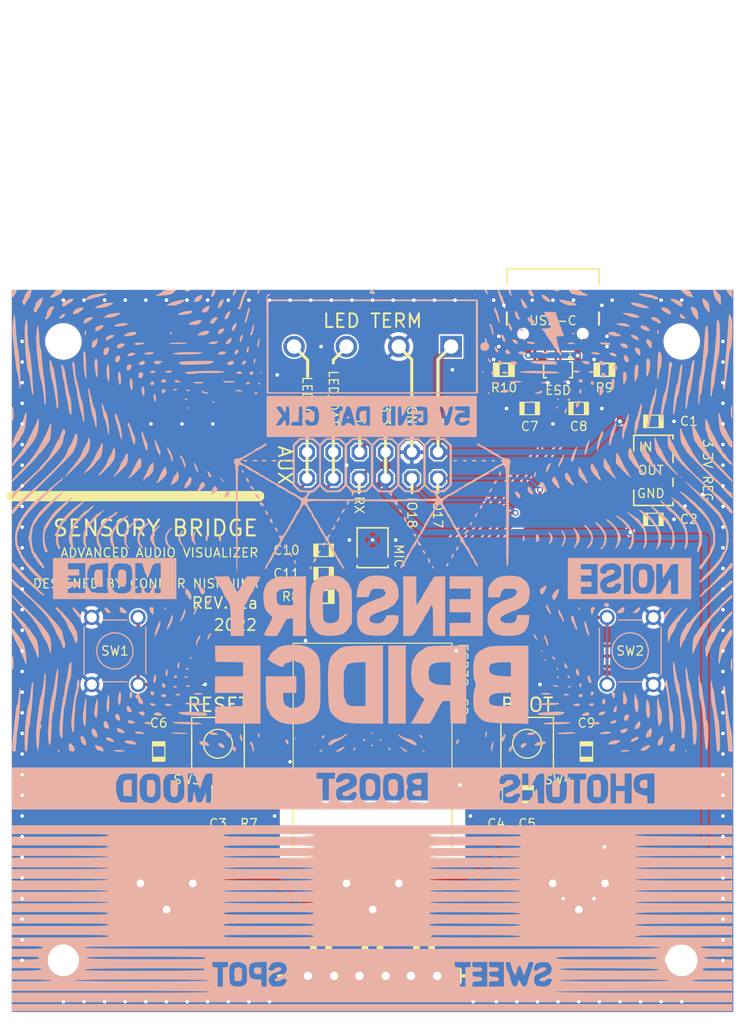
<source format=kicad_pcb>
(kicad_pcb (version 20211014) (generator pcbnew)
  (layers (0 "F.Cu" signal) (31 "B.Cu" signal) (34 "B.Paste" user) (35 "F.Paste" user) (36 "B.SilkS" user "B.Silkscreen") (37 "F.SilkS" user "F.Silkscreen") (38 "B.Mask" user) (39 "F.Mask" user) (44 "Edge.Cuts" user))
  (net 0 "")
  (net 1 "/5V")
  (net 2 "/GND")
  (net 3 "/3V3")
  (net 4 "Net-(C3-Pad1)")
  (net 5 "/DP_ESP")
  (net 6 "/DN_ESP")
  (net 7 "Net-(C9-Pad1)")
  (net 8 "/PHOTONS_ADC")
  (net 9 "/BOOST_ADC")
  (net 10 "/MOOD_ADC")
  (net 14 "/SWEET_1")
  (net 15 "/SWEET_2")
  (net 16 "/SWEET_3")
  (net 18 "/NOISE_PIN")
  (net 24 "/IO17")
  (net 25 "/IO18")
  (net 29 "/I2S_BCLK")
  (net 30 "/I2S_WS")
  (net 31 "/I2S_DATA")
  (net 32 "/LED_DATA")
  (net 33 "/LED_CLOCK")
  (net 39 "/UART_TX")
  (net 40 "/UART_RX")
  (net 41 "/MODE_PIN")
  (net 43 "Net-(J1-PadA5)")
  (net 44 "/DP_USB")
  (net 45 "/DN_USB")
  (net 47 "Net-(J1-PadB5)")
  (net 49 "Net-(LED1-PadA)")
  (net 50 "Net-(LED2-PadA)")
  (net 51 "Net-(LED3-PadA)")
  (net 52 "Net-(R8-Pad1)")
  (footprint "SENSORY_BRIDGE:C0805K" (layer "F.Cu") (at 175.7511 82.7536)
    (fp_text reference "C1" hide)
    (fp_text value "C-USC0805K")
  )
  (footprint "SENSORY_BRIDGE:ESP32S2MINI1N4R2" (layer "F.Cu") (at 148.5011 112.0036 180)
    (fp_text reference "IC1" hide)
    (fp_text value "ESP32-S2-MINI-1-N4R2" hide)
  )
  (footprint "SENSORY_BRIDGE:CIRCLE-1MM-2R" (layer "F.Cu") (at 181.5011 138.0036)
    (fp_text reference "U$4" hide)
    (fp_text value "" hide)
  )
  (footprint "" (layer "F.Cu") (at 118.5011 135.0036)
    (fp_text reference "@HOLE2" hide)
    (fp_text value "")
  )
  (footprint "SENSORY_BRIDGE:MICRO_QFN-8L_STM" (layer "F.Cu") (at 166.5 77.7536 -90)
    (fp_text reference "U3" hide)
    (fp_text value "ECMF02-4CMX8" hide)
  )
  (footprint "SENSORY_BRIDGE:SW_PTS525SM15SMTR2LFS" (layer "F.Cu") (at 163.5011 114.0036)
    (fp_text reference "SW4" hide)
    (fp_text value "PTS525SM15SMTR2LFS" hide)
  )
  (footprint "SENSORY_BRIDGE:C0805K" (layer "F.Cu") (at 127.7511 114.7536 90)
    (fp_text reference "C6" hide)
    (fp_text value "C-USC0805K")
  )
  (footprint "SENSORY_BRIDGE:C0805K" (layer "F.Cu") (at 133.5011 119.0036 -90)
    (fp_text reference "C3" hide)
    (fp_text value "C-USC0805K")
  )
  (footprint "" (layer "F.Cu") (at 178.5011 75.0036)
    (fp_text reference "@HOLE1" hide)
    (fp_text value "")
  )
  (footprint "SENSORY_BRIDGE:C0805K" (layer "F.Cu") (at 169.2511 114.7536 90)
    (fp_text reference "C9" hide)
    (fp_text value "C-USC0805K")
  )
  (footprint "SENSORY_BRIDGE:R0805" (layer "F.Cu") (at 143.7511 99.7536 180)
    (fp_text reference "R8" hide)
    (fp_text value "R-US_R0805")
  )
  (footprint "" (layer "F.Cu") (at 178.5011 135.0036)
    (fp_text reference "@HOLE3" hide)
    (fp_text value "")
  )
  (footprint "SENSORY_BRIDGE:C0805K" (layer "F.Cu") (at 143.7511 95.2536 180)
    (fp_text reference "C10" hide)
    (fp_text value "C-USC0805K")
  )
  (footprint "SENSORY_BRIDGE:C0805K" (layer "F.Cu") (at 160.5011 119.0036 -90)
    (fp_text reference "C4" hide)
    (fp_text value "C-USC0805K")
  )
  (footprint "SENSORY_BRIDGE:R0805" (layer "F.Cu") (at 136.5011 119.0036 -90)
    (fp_text reference "R7" hide)
    (fp_text value "R-US_R0805")
  )
  (footprint "SENSORY_BRIDGE:SOT-223_DIO-M" (layer "F.Cu") (at 175.7511 87.5036 90)
    (fp_text reference "U2" hide)
    (fp_text value "AZ1117-3.3" hide)
  )
  (footprint "SENSORY_BRIDGE:GCT_USB4110-GF-A_REVB" (layer "F.Cu") (at 166.0011 74.2536 180)
    (fp_text reference "J1" hide)
    (fp_text value "USB4110-GF-A_REVB" hide)
  )
  (footprint "SENSORY_BRIDGE:R0805" (layer "F.Cu") (at 143.5011 134.0036)
    (fp_text reference "R6" hide)
    (fp_text value "R-US_R0805")
  )
  (footprint "" (layer "F.Cu") (at 118.5011 75.0036)
    (fp_text reference "@HOLE0" hide)
    (fp_text value "")
  )
  (footprint "SENSORY_BRIDGE:C0805K" (layer "F.Cu") (at 143.7511 97.5036 180)
    (fp_text reference "C11" hide)
    (fp_text value "C-USC0805K")
  )
  (footprint "SENSORY_BRIDGE:CIRCLE-1MM-2R" (layer "F.Cu") (at 115.5011 72.0036)
    (fp_text reference "U$1" hide)
    (fp_text value "" hide)
  )
  (footprint "SENSORY_BRIDGE:R0805" (layer "F.Cu") (at 161.2511 77.7536)
    (fp_text reference "R10" hide)
    (fp_text value "R-US_R0805")
  )
  (footprint "SENSORY_BRIDGE:SPH0645LM4H-B_KNO" (layer "F.Cu") (at 148.5011 95.0036 -90)
    (fp_text reference "U1" hide)
    (fp_text value "SPH0645LM4H-B" hide)
  )
  (footprint "SENSORY_BRIDGE:SW_PTS525SM15SMTR2LFS" (layer "F.Cu") (at 133.5011 114.0036 180)
    (fp_text reference "SW3" hide)
    (fp_text value "PTS525SM15SMTR2LFS" hide)
  )
  (footprint "SENSORY_BRIDGE:C0805K" (layer "F.Cu") (at 168.5011 81.5036)
    (fp_text reference "C8" hide)
    (fp_text value "C-USC0805K")
  )
  (footprint "SENSORY_BRIDGE:R0805" (layer "F.Cu") (at 153.5011 134.0036)
    (fp_text reference "R4" hide)
    (fp_text value "R-US_R0805")
  )
  (footprint "SENSORY_BRIDGE:R0805" (layer "F.Cu") (at 171.0011 77.7536)
    (fp_text reference "R9" hide)
    (fp_text value "R-US_R0805")
  )
  (footprint "SENSORY_BRIDGE:CIRCLE-1MM-2R" (layer "F.Cu") (at 115.5011 138.0036)
    (fp_text reference "U$3" hide)
    (fp_text value "" hide)
  )
  (footprint "SENSORY_BRIDGE:C0805K" (layer "F.Cu") (at 163.7511 81.5036 180)
    (fp_text reference "C7" hide)
    (fp_text value "C-USC0805K")
  )
  (footprint "SENSORY_BRIDGE:CIRCLE-1MM-2R" (layer "F.Cu") (at 181.5011 72.0036)
    (fp_text reference "U$2" hide)
    (fp_text value "" hide)
  )
  (footprint "SENSORY_BRIDGE:C0805K" (layer "F.Cu") (at 175.7511 92.2536)
    (fp_text reference "C2" hide)
    (fp_text value "C-USC0805K")
  )
  (footprint "SENSORY_BRIDGE:C0805K" (layer "F.Cu") (at 163.5011 119.0036 -90)
    (fp_text reference "C5" hide)
    (fp_text value "C-USC0805K")
  )
  (footprint "SENSORY_BRIDGE:R0805" (layer "F.Cu") (at 148.5011 134.0036)
    (fp_text reference "R5" hide)
    (fp_text value "R-US_R0805")
  )
  (footprint "SENSORY_BRIDGE:3386P_1" (layer "B.Cu") (at 123.7511 122.7536)
    (fp_text reference "R3" hide)
    (fp_text value "3386P-1-103LF" hide)
  )
  (footprint "SENSORY_BRIDGE:3386P_1" (layer "B.Cu") (at 143.7511 122.7536)
    (fp_text reference "R2" hide)
    (fp_text value "3386P-1-103LF" hide)
  )
  (footprint "SENSORY_BRIDGE:SW_1825910-6-4" (layer "B.Cu") (at 173.5011 105.0036 -90)
    (fp_text reference "SW2" hide)
    (fp_text value "1825910-6" hide)
  )
  (footprint "LOGO" (layer "B.Cu") (at 148.5 105 180)
    (fp_text reference "G***" hide)
    (fp_text value "LOGO" hide)
  )
  (footprint "SENSORY_BRIDGE:LED3MM" (layer "B.Cu") (at 153.5011 136.5036 180)
    (fp_text reference "LED1" hide)
    (fp_text value "LED3MM")
  )
  (footprint "SENSORY_BRIDGE:LED3MM" (layer "B.Cu") (at 148.5011 136.5036 180)
    (fp_text reference "LED2" hide)
    (fp_text value "LED3MM")
  )
  (footprint "SENSORY_BRIDGE:TE_796949-4" (layer "B.Cu") (at 156.1261 75.5036 180)
    (fp_text reference "J2" hide)
    (fp_text value "796949-4" hide)
  )
  (footprint "SENSORY_BRIDGE:2X06" (layer "B.Cu") (at 148.5011 87.0036 180)
    (fp_text reference "JP1" hide)
    (fp_text value "PINHD-2X6")
  )
  (footprint "SENSORY_BRIDGE:3386P_1" (layer "B.Cu") (at 163.7511 122.7536)
    (fp_text reference "R1" hide)
    (fp_text value "3386P-1-103LF" hide)
  )
  (footprint "SENSORY_BRIDGE:LED3MM" (layer "B.Cu") (at 143.5011 136.5036 180)
    (fp_text reference "LED3" hide)
    (fp_text value "LED3MM")
  )
  (footprint "SENSORY_BRIDGE:SW_1825910-6-4" (layer "B.Cu") (at 123.5011 105.0036 90)
    (fp_text reference "SW1" hide)
    (fp_text value "1825910-6" hide)
  )
  (gr_rect (start 147.9 94.1) (end 149.1 94.3) (layer "F.Cu") (width 0.2) (fill solid))
  (gr_rect (start 148.4 93.6) (end 148.6 94.9) (layer "F.Cu") (width 0.2) (fill solid))
  (gr_line (start 152.3011 76.7536) (end 152.3011 81.1536) (layer "F.SilkS") (width 0.3))
  (gr_line (start 142.1511 84.3036) (end 142.1511 88.2536) (layer "F.SilkS") (width 0.3))
  (gr_line (start 152.3011 85.8036) (end 152.3011 84.3036) (layer "F.SilkS") (width 0.3))
  (gr_line (start 151.0511 75.5036) (end 152.3011 76.7536) (layer "F.SilkS") (width 0.3))
  (gr_line (start 157.0011 136.5036) (end 157.0011 137.1286) (layer "F.SilkS") (width 0.3))
  (gr_line (start 152.3261 89.6536) (end 152.3261 88.2536) (layer "F.SilkS") (width 0.3))
  (gr_line (start 154.8511 85.7536) (end 154.8511 84.3036) (layer "F.SilkS") (width 0.3))
  (gr_line (start 154.8511 76.7536) (end 154.8511 82.0536) (layer "F.SilkS") (width 0.3))
  (gr_line (start 144.7011 77.1036) (end 144.7011 76.8036) (layer "F.SilkS") (width 0.3))
  (gr_line (start 156.3761 136.5036) (end 157.0011 136.5036) (layer "F.SilkS") (width 0.3))
  (gr_line (start 157.0011 136.5036) (end 157.6261 136.5036) (layer "F.SilkS") (width 0.3))
  (gr_line (start 154.8261 89.6536) (end 154.8261 88.2536) (layer "F.SilkS") (width 0.3))
  (gr_line (start 157.0011 136.5036) (end 157.0011 135.8786) (layer "F.SilkS") (width 0.3))
  (gr_line (start 147.2011 85.7536) (end 147.2511 85.7036) (layer "F.SilkS") (width 0.3))
  (gr_line (start 156.1011 75.5036) (end 154.8511 76.7536) (layer "F.SilkS") (width 0.3))
  (gr_line (start 147.2011 89.6536) (end 147.2011 88.2536) (layer "F.SilkS") (width 0.3))
  (gr_line (start 144.7011 84.3036) (end 144.7011 88.3036) (layer "F.SilkS") (width 0.3))
  (gr_line (start 149.7511 88.3036) (end 149.7511 84.3036) (layer "F.SilkS") (width 0.3))
  (gr_line (start 142.2011 76.8036) (end 140.9011 75.5036) (layer "F.SilkS") (width 0.3))
  (gr_line (start 142.2011 78.4036) (end 142.2011 76.8036) (layer "F.SilkS") (width 0.3))
  (gr_line (start 140.6261 136.5036) (end 139.3761 136.5036) (layer "F.SilkS") (width 0.3))
  (gr_line (start 144.7011 76.8036) (end 146.0011 75.5036) (layer "F.SilkS") (width 0.3))
  (gr_line (start 147.2511 85.7036) (end 147.2511 84.3036) (layer "F.SilkS") (width 0.3))
  (gr_line (start 113.5011 90.0036) (end 137.5011 90.0036) (layer "F.SilkS") (width 1))
  (gr_line (start 147.2011 88.3036) (end 147.2511 88.2536) (layer "F.SilkS") (width 0.3))
  (gr_line (start 113.5011 70.0036) (end 113.5011 140.0036) (layer "Edge.Cuts") (width 0.001))
  (gr_line (start 113.5011 140.0036) (end 183.5011 140.0036) (layer "Edge.Cuts") (width 0.001))
  (gr_line (start 183.5011 140.0036) (end 183.5011 70.0036) (layer "Edge.Cuts") (width 0.001))
  (gr_line (start 183.5011 70.0036) (end 113.5011 70.0036) (layer "Edge.Cuts") (width 0.001))
  (gr_text "2022" (at 137.3761 103.1286) (layer "F.SilkS") (effects (font (size 1.1 1.1)) (justify right bottom)))
  (gr_text "R9" (at 171.0011 80.0036) (layer "F.SilkS") (effects (font (size 0.88 0.88) (thickness 0.12)) (justify bottom)))
  (gr_text "C8" (at 168.5011 83.7536) (layer "F.SilkS") (effects (font (size 0.88 0.88) (thickness 0.12)) (justify bottom)))
  (gr_text "IN" (at 175.0011 85.7536) (layer "F.SilkS") (effects (font (size 0.88 0.88) (thickness 0.12)) (justify bottom)))
  (gr_text "AUX" (at 140.0011 87.0036 270) (layer "F.SilkS") (effects (font (size 1.32 1.32) (thickness 0.18))))
  (gr_text "SW3" (at 130.5011 118.0036) (layer "F.SilkS") (effects (font (size 0.88 0.88) (thickness 0.12)) (justify bottom)))
  (gr_text "R7" (at 136.5011 122.2536) (layer "F.SilkS") (effects (font (size 0.88 0.88) (thickness 0.12)) (justify bottom)))
  (gr_text "C2" (at 178.2511 92.7536) (layer "F.SilkS") (effects (font (size 0.88 0.88) (thickness 0.12)) (justify left bottom)))
  (gr_text "LED CLK" (at 142.1511 84.0036 270) (layer "F.SilkS") (effects (font (size 0.88 0.88) (thickness 0.12)) (justify right)))
  (gr_text "SW2" (at 173.5011 105.0036) (layer "F.SilkS") (effects (font (size 0.88 0.88) (thickness 0.12))))
  (gr_text "ADVANCED AUDIO VISUALIZER" (at 137.5011 96.0036) (layer "F.SilkS") (effects (font (size 0.88 0.88) (thickness 0.12)) (justify right bottom)))
  (gr_text "DESIGNED BY CONNOR NISHIJIMA" (at 137.5011 99.0036) (layer "F.SilkS") (effects (font (size 0.88 0.88) (thickness 0.12)) (justify right bottom)))
  (gr_text "USB-C" (at 166.0011 73.5036) (layer "F.SilkS") (effects (font (size 0.88 0.88) (thickness 0.12)) (justify bottom)))
  (gr_text "C5" (at 163.5011 122.2536) (layer "F.SilkS") (effects (font (size 0.88 0.88) (thickness 0.12)) (justify bottom)))
  (gr_text "GND" (at 175.5011 90.2536) (layer "F.SilkS") (effects (font (size 0.88 0.88) (thickness 0.12)) (justify bottom)))
  (gr_text "MIC" (at 150.5511 95.8036 270) (layer "F.SilkS") (effects (font (size 0.88 0.88) (thickness 0.12)) (justify bottom)))
  (gr_text "IO17" (at 154.8261 91.6036 270) (layer "F.SilkS") (effects (font (size 0.88 0.88) (thickness 0.12))))
  (gr_text "R8" (at 141.5011 100.2536) (layer "F.SilkS") (effects (font (size 0.88 0.88) (thickness 0.12)) (justify right bottom)))
  (gr_text "TX" (at 147.2511 84.0036 270) (layer "F.SilkS") (effects (font (size 0.88 0.88) (thickness 0.12)) (justify right)))
  (gr_text "R6" (at 143.5011 132.7536) (layer "F.SilkS") (effects (font (size 0.88 0.88) (thickness 0.12)) (justify bottom)))
  (gr_text "C3" (at 133.5011 122.2536) (layer "F.SilkS") (effects (font (size 0.88 0.88) (thickness 0.12)) (justify bottom)))
  (gr_text "ESP32-S2" (at 156.7511 107.7536 270) (layer "F.SilkS") (effects (font (size 0.88 0.88) (thickness 0.12)) (justify bottom)))
  (gr_text "R4" (at 153.5011 132.7536) (layer "F.SilkS") (effects (font (size 0.88 0.88) (thickness 0.12)) (justify bottom)))
  (gr_text "C10" (at 141.5011 95.7536) (layer "F.SilkS") (effects (font (size 0.88 0.88) (thickness 0.12)) (justify right bottom)))
  (gr_text "IO18" (at 152.3261 91.6036 270) (layer "F.SilkS") (effects (font (size 0.88 0.88) (thickness 0.12))))
  (gr_text "LED3" (at 143.5011 138.7536) (layer "F.SilkS") (effects (font (size 0.88 0.88) (thickness 0.12)) (justify bottom)))
  (gr_text "LED2" (at 148.5011 138.7536) (layer "F.SilkS") (effects (font (size 0.88 0.88) (thickness 0.12)) (justify bottom)))
  (gr_text "LED_DATA" (at 144.7011 84.0036 270) (layer "F.SilkS") (effects (font (size 0.88 0.88) (thickness 0.12)) (justify right)))
  (gr_text "BOOT" (at 163.5011 111.0036) (layer "F.SilkS") (effects (font (size 1.32 1.32) (thickness 0.18)) (justify bottom)))
  (gr_text "LED1" (at 153.5011 138.7536) (layer "F.SilkS") (effects (font (size 0.88 0.88) (thickness 0.12)) (justify bottom)))
  (gr_text "LED TERM" (at 148.5011 73.0036) (layer "F.SilkS") (effects (font (size 1.32 1.32) (thickness 0.18))))
  (gr_text "C1" (at 178.2511 83.2536) (layer "F.SilkS") (effects (font (size 0.88 0.88) (thickness 0.12)) (justify left bottom)))
  (gr_text "R10" (at 161.2511 80.0036) (layer "F.SilkS") (effects (font (size 0.88 0.88) (thickness 0.12)) (justify bottom)))
  (gr_text "R5" (at 148.5011 132.7536) (layer "F.SilkS") (effects (font (size 0.88 0.88) (thickness 0.12)) (justify bottom)))
  (gr_text "SW1" (at 123.5011 105.0036) (layer "F.SilkS") (effects (font (size 0.88 0.88) (thickness 0.12))))
  (gr_text "R3" (at 128.5011 128.0036) (layer "F.SilkS") (effects (font (size 0.88 0.88) (thickness 0.12)) (justify bottom)))
  (gr_text "C6" (at 127.7511 112.5036) (layer "F.SilkS") (effects (font (size 0.88 0.88) (thickness 0.12)) (justify bottom)))
  (gr_text "SENSORY BRIDGE" (at 137.5011 94.0036) (layer "F.SilkS") (effects (font (size 1.54 1.54) (thickness 0.21)) (justify right bottom)))
  (gr_text "C9" (at 169.2511 112.5036) (layer "F.SilkS") (effects (font (size 0.88 0.88) (thickness 0.12)) (justify bottom)))
  (gr_text "GND" (at 152.3011 84.0036 270) (layer "F.SilkS") (effects (font (size 0.88 0.88) (thickness 0.12)) (justify right)))
  (gr_text "C11" (at 141.5011 98.0036) (layer "F.SilkS") (effects (font (size 0.88 0.88) (thickness 0.12)) (justify right bottom)))
  (gr_text "RESET" (at 133.5011 111.0036) (layer "F.SilkS") (effects (font (size 1.32 1.32) (thickness 0.18)) (justify bottom)))
  (gr_text "3.3V" (at 149.7511 84.0036 270) (layer "F.SilkS") (effects (font (size 0.88 0.88) (thickness 0.12)) (justify right)))
  (gr_text "5V" (at 154.9011 84.0036 270) (layer "F.SilkS") (effects (font (size 0.88 0.88) (thickness 0.12)) (justify right)))
  (gr_text "3.3V REG" (at 180.5011 87.5036 270) (layer "F.SilkS") (effects (font (size 0.88 0.88) (thickness 0.12)) (justify bottom)))
  (gr_text "R2" (at 148.5011 128.0036) (layer "F.SilkS") (effects (font (size 0.88 0.88) (thickness 0.12)) (justify bottom)))
  (gr_text "SW4" (at 166.5011 118.0036) (layer "F.SilkS") (effects (font (size 0.88 0.88) (thickness 0.12)) (justify bottom)))
  (gr_text "C7" (at 163.7511 83.7536) (layer "F.SilkS") (effects (font (size 0.88 0.88) (thickness 0.12)) (justify bottom)))
  (gr_text "ESD" (at 166.5011 80.2536) (layer "F.SilkS") (effects (font (size 0.88 0.88) (thickness 0.12)) (justify bottom)))
  (gr_text "REV. 1a" (at 137.5011 101.0036) (layer "F.SilkS") (effects (font (size 1.1 1.1)) (justify right bottom)))
  (gr_text "R1" (at 168.5011 128.0036) (layer "F.SilkS") (effects (font (size 0.88 0.88) (thickness 0.12)) (justify bottom)))
  (gr_text "RX" (at 147.2011 90.8536 270) (layer "F.SilkS") (effects (font (size 0.88 0.88) (thickness 0.12))))
  (gr_text "C4" (at 160.5011 122.2536) (layer "F.SilkS") (effects (font (size 0.88 0.88) (thickness 0.12)) (justify bottom)))
  (gr_text "OUT" (at 175.5011 88.0036) (layer "F.SilkS") (effects (font (size 0.88 0.88) (thickness 0.12)) (justify bottom)))
  (segment (start 168.4011 77.1536) (end 168.4011 76.3786) (width 0.6) (layer "F.Cu") (net 1))
  (segment (start 168.4011 76.3786) (end 168.4011 75.3286) (width 0.6) (layer "F.Cu") (net 1))
  (segment (start 172.5011 82.7536) (end 172.5011 79.7536) (width 0.6) (layer "F.Cu") (net 1))
  (segment (start 172.5011 79.7536) (end 168.4011 79.7536) (width 0.6) (layer "F.Cu") (net 1))
  (segment (start 168.4011 79.7536) (end 168.4011 77.2536) (width 0.6) (layer "F.Cu") (net 1))
  (segment (start 174.7511 82.7536) (end 172.5011 82.7536) (width 0.6) (layer "F.Cu") (net 1))
  (segment (start 168.4011 77.2536) (end 168.4011 77.1536) (width 0.6) (layer "F.Cu") (net 1))
  (segment (start 167.175 77.2536) (end 168.4011 77.2536) (width 0.3) (layer "F.Cu") (net 1))
  (segment (start 163.6011 75.3286) (end 163.6011 76.3536) (width 0.6) (layer "F.Cu") (net 1))
  (segment (start 177.2011 85.2036) (end 174.7511 82.7536) (width 0.6) (layer "F.Cu") (net 1))
  (segment (start 178.8269 85.2036) (end 177.2011 85.2036) (width 0.6) (layer "F.Cu") (net 1))
  (via (at 168.4011 76.3786) (size 0.6548) (drill 0.35) (layers "F.Cu" "B.Cu") (net 1))
  (via (at 163.6011 76.3536) (size 0.6548) (drill 0.35) (layers "F.Cu" "B.Cu") (net 1))
  (via (at 172.5011 82.7536) (size 0.6548) (drill 0.35) (layers "F.Cu" "B.Cu") (net 1))
  (segment (start 168.3761 76.3786) (end 168.4011 76.3786) (width 0.6) (layer "B.Cu") (net 1))
  (segment (start 154.8511 76.7786) (end 156.1261 75.5036) (width 0.6) (layer "B.Cu") (net 1))
  (segment (start 169.5211 85.7336) (end 172.5011 82.7536) (width 0.6) (layer "B.Cu") (net 1))
  (segment (start 154.8511 85.7336) (end 154.8511 76.7786) (width 0.6) (layer "B.Cu") (net 1))
  (segment (start 163.6011 76.3536) (end 168.3761 76.3536) (width 0.6) (layer "B.Cu") (net 1))
  (segment (start 154.8511 85.7336) (end 169.5211 85.7336) (width 0.6) (layer "B.Cu") (net 1))
  (segment (start 168.3761 76.3536) (end 168.3761 76.3786) (width 0.6) (layer "B.Cu") (net 1))
  (segment (start 178.8269 90.1778) (end 176.7511 92.2536) (width 0.6) (layer "F.Cu") (net 2))
  (segment (start 161.4661 75.3286) (end 160.8911 74.7536) (width 0.3) (layer "F.Cu") (net 2))
  (segment (start 169.2011 75.3286) (end 170.5361 75.3286) (width 0.3) (layer "F.Cu") (net 2))
  (segment (start 170.5361 75.3286) (end 171.1111 74.7536) (width 0.3) (layer "F.Cu") (net 2))
  (segment (start 162.8011 75.3286) (end 161.4661 75.3286) (width 0.3) (layer "F.Cu") (net 2))
  (segment (start 178.8269 89.8036) (end 178.8269 90.1778) (width 0.6) (layer "F.Cu") (net 2))
  (via (at 114.5011 75.0036) (size 0.6548) (drill 0.35) (layers "F.Cu" "B.Cu") (net 2))
  (via (at 172.5011 139.0036) (size 0.6548) (drill 0.35) (layers "F.Cu" "B.Cu") (net 2))
  (via (at 114.5011 107.0036) (size 0.6548) (drill 0.35) (layers "F.Cu" "B.Cu") (net 2))
  (via (at 156.5011 71.0036) (size 0.6548) (drill 0.35) (layers "F.Cu" "B.Cu") (net 2))
  (via (at 171.2511 75.5036) (size 0.6) (drill 0.35) (layers "F.Cu" "B.Cu") (net 2))
  (via (at 167.5011 79.0036) (size 0.6548) (drill 0.35) (layers "F.Cu" "B.Cu") (net 2))
  (via (at 182.5011 129.0036) (size 0.6548) (drill 0.35) (layers "F.Cu" "B.Cu") (net 2))
  (via (at 182.5011 123.0036) (size 0.6548) (drill 0.35) (layers "F.Cu" "B.Cu") (net 2))
  (via (at 114.5011 133.0036) (size 0.6548) (drill 0.35) (layers "F.Cu" "B.Cu") (net 2))
  (via (at 182.5011 101.0036) (size 0.6548) (drill 0.35) (layers "F.Cu" "B.Cu") (net 2))
  (via (at 157 118) (size 0.6548) (drill 0.35) (layers "F.Cu" "B.Cu") (net 2))
  (via (at 182.5011 89.0036) (size 0.6548) (drill 0.35) (layers "F.Cu" "B.Cu") (net 2))
  (via (at 146.5011 71.0036) (size 0.6548) (drill 0.35) (layers "F.Cu" "B.Cu") (net 2))
  (via (at 139.2511 78.2536) (size 0.6548) (drill 0.35) (layers "F.Cu" "B.Cu") (net 2))
  (via (at 136.5011 139.0036) (size 0.6548) (drill 0.35) (layers "F.Cu" "B.Cu") (net 2))
  (via (at 178.5011 71.0036) (size 0.6548) (drill 0.35) (layers "F.Cu" "B.Cu") (net 2))
  (via (at 158.0011 121.0036) (size 0.6548) (drill 0.35) (layers "F.Cu" "B.Cu") (net 2))
  (via (at 182.5011 97.0036) (size 0.6548) (drill 0.35) (layers "F.Cu" "B.Cu") (net 2))
  (via (at 136.5011 71.0036) (size 0.6548) (drill 0.35) (layers "F.Cu" "B.Cu") (net 2))
  (via (at 178.823579 90.970596) (size 0.6548) (drill 0.35) (layers "F.Cu" "B.Cu") (net 2))
  (via (at 170.7511 71.5036) (size 0.6) (drill 0.35) (layers "F.Cu" "B.Cu") (net 2))
  (via (at 118.5011 71.0036) (size 0.6548) (drill 0.35) (layers "F.Cu" "B.Cu") (net 2))
  (via (at 182.5011 77.0036) (size 0.6548) (drill 0.35) (layers "F.Cu" "B.Cu") (net 2))
  (via (at 182.5011 125.0036) (size 0.6548) (drill 0.35) (layers "F.Cu" "B.Cu") (net 2))
  (via (at 138.5011 71.0036) (size 0.6548) (drill 0.35) (layers "F.Cu" "B.Cu") (net 2))
  (via (at 164.7511 108.2536) (size 0.6) (drill 0.35) (layers "F.Cu" "B.Cu") (net 2))
  (via (at 167.0011 129.0036) (size 0.6548) (drill 0.35) (layers "F.Cu" "B.Cu") (net 2))
  (via (at 122.5011 139.0036) (size 0.6548) (drill 0.35) (layers "F.Cu" "B.Cu") (net 2))
  (via (at 114.5011 131.0036) (size 0.6548) (drill 0.35) (layers "F.Cu" "B.Cu") (net 2))
  (via (at 128.5011 139.0036) (size 0.6548) (drill 0.35) (layers "F.Cu" "B.Cu") (net 2))
  (via (at 182.5011 121.0036) (size 0.6548) (drill 0.35) (layers "F.Cu" "B.Cu") (net 2))
  (via (at 182.5011 115.0036) (size 0.6548) (drill 0.35) (layers "F.Cu" "B.Cu") (net 2))
  (via (at 168.5011 139.0036) (size 0.6548) (drill 0.35) (layers "F.Cu" "B.Cu") (net 2))
  (via (at 170.5011 139.0036) (size 0.6548) (drill 0.35) (layers "F.Cu" "B.Cu") (net 2))
  (via (at 161.5011 81.5036) (size 0.6548) (drill 0.35) (layers "F.Cu" "B.Cu") (net 2))
  (via (at 114.5011 83.0036) (size 0.6548) (drill 0.35) (layers "F.Cu" "B.Cu") (net 2))
  (via (at 143.5011 75.5036) (size 0.6548) (drill 0.35) (layers "F.Cu" "B.Cu") (net 2))
  (via (at 182.5011 87.0036) (size 0.6548) (drill 0.35) (layers "F.Cu" "B.Cu") (net 2))
  (via (at 171.7511 71.0036) (size 0.6) (drill 0.35) (layers "F.Cu" "B.Cu") (net 2))
  (via (at 140.5011 71.0036) (size 0.6548) (drill 0.35) (layers "F.Cu" "B.Cu") (net 2))
  (via (at 182.5011 135.0036) (size 0.6548) (drill 0.35) (layers "F.Cu" "B.Cu") (net 2))
  (via (at 182.5011 133.0036) (size 0.6548) (drill 0.35) (layers "F.Cu" "B.Cu") (net 2))
  (via (at 124.5011 139.0036) (size 0.6548) (drill 0.35) (layers "F.Cu" "B.Cu") (net 2))
  (via (at 114.5011 135.0036) (size 0.6548) (drill 0.35) (layers "F.Cu" "B.Cu") (net 2))
  (via (at 160.7511 74.5036) (size 0.6) (drill 0.35) (layers "F.Cu" "B.Cu") (net 2))
  (via (at 128.5011 71.0036) (size 0.6548) (drill 0.35) (layers "F.Cu" "B.Cu") (net 2))
  (via (at 156.617116 104.986852) (size 0.6548) (drill 0.35) (layers "F.Cu" "B.Cu") (net 2))
  (via (at 114.5011 105.0036) (size 0.6548) (drill 0.35) (layers "F.Cu" "B.Cu") (net 2))
  (via (at 152.5011 71.0036) (size 0.6548) (drill 0.35) (layers "F.Cu" "B.Cu") (net 2))
  (via (at 160.7511 75.5036) (size 0.6) (drill 0.35) (layers "F.Cu" "B.Cu") (net 2))
  (via (at 182.5011 109.0036) (size 0.6548) (drill 0.35) (layers "F.Cu" "B.Cu") (net 2))
  (via (at 171.2511 74.5036) (size 0.6) (drill 0.35) (layers "F.Cu" "B.Cu") (net 2))
  (via (at 182.5011 111.0036) (size 0.6548) (drill 0.35) (layers "F.Cu" "B.Cu") (net 2))
  (via (at 127 83) (size 0.6) (drill 0.35) (layers "F.Cu" "B.Cu") (net 2))
  (via (at 170.0011 76.7536) (size 0.6548) (drill 0.35) (layers "F.Cu" "B.Cu") (net 2))
  (via (at 132.5011 71.0036) (size 0.6548) (drill 0.35) (layers "F.Cu" "B.Cu") (net 2))
  (via (at 161.2511 71.5036) (size 0.6) (drill 0.35) (layers "F.Cu" "B.Cu") (net 2))
  (via (at 162.5011 139.0036) (size 0.6548) (drill 0.35) (layers "F.Cu" "B.Cu") (net 2))
  (via (at 120.5011 71.0036) (size 0.6548) (drill 0.35) (layers "F.Cu" "B.Cu") (net 2))
  (via (at 114.5011 127.0036) (size 0.6548) (drill 0.35) (layers "F.Cu" "B.Cu") (net 2))
  (via (at 114.5011 117.0036) (size 0.6548) (drill 0.35) (layers "F.Cu" "B.Cu") (net 2))
  (via (at 114.5011 129.0036) (size 0.6548) (drill 0.35) (layers "F.Cu" "B.Cu") (net 2))
  (via (at 114.5011 109.0036) (size 0.6548) (drill 0.35) (layers "F.Cu" "B.Cu") (net 2))
  (via (at 133 83) (size 0.6) (drill 0.35) (layers "F.Cu" "B.Cu") (net 2))
  (via (at 174.5011 139.0036) (size 0.6548) (drill 0.35) (layers "F.Cu" "B.Cu") (net 2))
  (via (at 114.5011 85.0036) (size 0.6548) (drill 0.35) (layers "F.Cu" "B.Cu") (net 2))
  (via (at 166.5011 139.0036) (size 0.6548) (drill 0.35) (layers "F.Cu" "B.Cu") (net 2))
  (via (at 114.5011 125.0036) (size 0.6548) (drill 0.35) (layers "F.Cu" "B.Cu") (net 2))
  (via (at 114.5011 93.0036) (size 0.6548) (drill 0.35) (layers "F.Cu" "B.Cu") (net 2))
  (via (at 122.5011 71.0036) (size 0.6548) (drill 0.35) (layers "F.Cu" "B.Cu") (net 2))
  (via (at 120.5011 139.0036) (size 0.6548) (drill 0.35) (layers "F.Cu" "B.Cu") (net 2))
  (via (at 182.5011 85.0036) (size 0.6548) (drill 0.35) (layers "F.Cu" "B.Cu") (net 2))
  (via (at 114.5011 79.0036) (size 0.6548) (drill 0.35) (layers "F.Cu" "B.Cu") (net 2))
  (via (at 166.0011 71.0036) (size 0.6548) (drill 0.35) (layers "F.Cu" "B.Cu") (net 2))
  (via (at 114.5011 123.0036) (size 0.6548) (drill 0.35) (layers "F.Cu" "B.Cu") (net 2))
  (via (at 142.5011 71.0036) (size 0.6548) (drill 0.35) (layers "F.Cu" "B.Cu") (net 2))
  (via (at 165.5011 79.0036) (size 0.6548) (drill 0.35) (layers "F.Cu" "B.Cu") (net 2))
  (via (at 182.5011 83.0036) (size 0.6548) (drill 0.35) (layers "F.Cu" "B.Cu") (net 2))
  (via (at 178.5011 139.0036) (size 0.6548) (drill 0.35) (layers "F.Cu" "B.Cu") (net 2))
  (via (at 182.5011 105.0036) (size 0.6548) (drill 0.35) (layers "F.Cu" "B.Cu") (net 2))
  (via (at 130.5011 71.0036) (size 0.6548) (drill 0.35) (layers "F.Cu" "B.Cu") (net 2))
  (via (at 177.7511 82.7536) (size 0.6548) (drill 0.35) (layers "F.Cu" "B.Cu") (net 2))
  (via (at 150.5011 71.0036) (size 0.6548) (drill 0.35) (layers "F.Cu" "B.Cu") (net 2))
  (via (at 158.2511 139.0036) (size 0.6) (drill 0.35) (layers "F.Cu" "B.Cu") (net 2))
  (via (at 154.5011 71.0036) (size 0.6548) (drill 0.35) (layers "F.Cu" "B.Cu") (net 2))
  (via (at 139.0011 121.0036) (size 0.6548) (drill 0.35) (layers "F.Cu" "B.Cu") (net 2))
  (via (at 114.5011 111.0036) (size 0.6548) (drill 0.35) (layers "F.Cu" "B.Cu") (net 2))
  (via (at 114.5011 97.0036) (size 0.6548) (drill 0.35) (layers "F.Cu" "B.Cu") (net 2))
  (via (at 164.0011 71.0036) (size 0.6548) (drill 0.35) (layers "F.Cu" "B.Cu") (net 2))
  (via (at 114.5011 89.0036) (size 0.6548) (drill 0.35) (layers "F.Cu" "B.Cu") (net 2))
  (via (at 114.5011 87.0036) (size 0.6548) (drill 0.35) (layers "F.Cu" "B.Cu") (net 2))
  (via (at 148.5011 71.0036) (size 0.6548) (drill 0.35) (layers "F.Cu" "B.Cu") (net 2))
  (via (at 180.528978 89.80916) (size 0.6548) (drill 0.35) (layers "F.Cu" "B.Cu") (net 2))
  (via (at 160.2511 76.7536) (size 0.6548) (drill 0.35) (layers "F.Cu" "B.Cu") (net 2))
  (via (at 182.5011 119.0036) (size 0.6548) (drill 0.35) (layers "F.Cu" "B.Cu") (net 2))
  (via (at 182.5011 107.0036) (size 0.6548) (drill 0.35) (layers "F.Cu" "B.Cu") (net 2))
  (via (at 182.5011 79.0036) (size 0.6548) (drill 0.35) (layers "F.Cu" "B.Cu") (net 2))
  (via (at 130 83) (size 0.6) (drill 0.35) (layers "F.Cu" "B.Cu") (net 2))
  (via (at 160.5011 139.0036) (size 0.6548) (drill 0.35) (layers "F.Cu" "B.Cu") (net 2))
  (via (at 132.2511 108.2536) (size 0.6) (drill 0.35) (layers "F.Cu" "B.Cu") (net 2))
  (via (at 166.0011 83.0036) (size 0.6548) (drill 0.35) (layers "F.Cu" "B.Cu") (net 2))
  (via (at 114.5011 115.0036) (size 0.6548) (drill 0.35) (layers "F.Cu" "B.Cu") (net 2))
  (via (at 146.0011 87.0036) (size 0.6548) (drill 0.35) (layers "F.Cu" "B.Cu") (net 2))
  (via (at 114.5011 91.0036) (size 0.6548) (drill 0.35) (layers "F.Cu" "B.Cu") (net 2))
  (via (at 142 104) (size 0.6548) (drill 0.35) (layers "F.Cu" "B.Cu") (net 2))
  (via (at 114.5011 119.0036) (size 0.6548) (drill 0.35) (layers "F.Cu" "B.Cu") (net 2))
  (via (at 182.5011 91.0036) (size 0.6548) (drill 0.35) (layers "F.Cu" "B.Cu") (net 2))
  (via (at 132.5011 139.0036) (size 0.6548) (drill 0.35) (layers "F.Cu" "B.Cu") (net 2))
  (via (at 182.5011 75.0036) (size 0.6548) (drill 0.35) (layers "F.Cu" "B.Cu") (net 2))
  (via (at 144.5011 71.0036) (size 0.6548) (drill 0.35) (layers "F.Cu" "B.Cu") (net 2))
  (via (at 182.5011 103.0036) (size 0.6548) (drill 0.35) (layers "F.Cu" "B.Cu") (net 2))
  (via (at 114.5011 113.0036) (size 0.6548) (drill 0.35) (layers "F.Cu" "B.Cu") (net 2))
  (via (at 176.5011 139.0036) (size 0.6548) (drill 0.35) (layers "F.Cu" "B.Cu") (net 2))
  (via (at 126.5011 71.0036) (size 0.6548) (drill 0.35) (layers "F.Cu" "B.Cu") (net 2))
  (via (at 140.5011 115.7536) (size 0.6548) (drill 0.35) (layers "F.Cu" "B.Cu") (net 2))
  (via (at 170.7511 81.5036) (size 0.6548) (drill 0.35) (layers "F.Cu" "B.Cu") (net 2))
  (via (at 182.5011 93.0036) (size 0.6548) (drill 0.35) (layers "F.Cu" "B.Cu") (net 2))
  (via (at 114.5011 99.0036) (size 0.6548) (drill 0.35) (layers "F.Cu" "B.Cu") (net 2))
  (via (at 182.5011 117.0036) (size 0.6548) (drill 0.35) (layers "F.Cu" "B.Cu") (net 2))
  (via (at 114.5011 101.0036) (size 0.6548) (drill 0.35) (layers "F.Cu" "B.Cu") (net 2))
  (via (at 182.5011 113.0036) (size 0.6548) (drill 0.35) (layers "F.Cu" "B.Cu") (net 2))
  (via (at 176.5011 71.0036) (size 0.6548) (drill 0.35) (layers "F.Cu" "B.Cu") (net 2))
  (via (at 138.5011 139.0036) (size 0.6548) (drill 0.35) (layers "F.Cu" "B.Cu") (net 2))
  (via (at 168.0011 71.0036) (size 0.6548) (drill 0.35) (layers "F.Cu" "B.Cu") (net 2))
  (via (at 160.2511 71.0036) (size 0.6) (drill 0.35) (layers "F.Cu" "B.Cu") (net 2))
  (via (at 114.5011 103.0036) (size 0.6548) (drill 0.35) (layers "F.Cu" "B.Cu") (net 2))
  (via (at 114.5011 121.0036) (size 0.6548) (drill 0.35) (layers "F.Cu" "B.Cu") (net 2))
  (via (at 182.5011 99.0036) (size 0.6548) (drill 0.35) (layers "F.Cu" "B.Cu") (net 2))
  (via (at 182.5011 81.0036) (size 0.6548) (drill 0.35) (layers "F.Cu" "B.Cu") (net 2))
  (via (at 164.5011 139.0036) (size 0.6548) (drill 0.35) (layers "F.Cu" "B.Cu") (net 2))
  (via (at 130.5011 139.0036) (size 0.6548) (drill 0.35) (layers "F.Cu" "B.Cu") (net 2))
  (via (at 126.5011 139.0036) (size 0.6548) (drill 0.35) (layers "F.Cu" "B.Cu") (net 2))
  (via (at 156.2511 77.7536) (size 0.6548) (drill 0.35) (layers "F.Cu" "B.Cu") (net 2))
  (via (at 124.5011 71.0036) (size 0.6548) (drill 0.35) (layers "F.Cu" "B.Cu") (net 2))
  (via (at 182.5011 131.0036) (size 0.6548) (drill 0.35) (layers "F.Cu" "B.Cu") (net 2))
  (via (at 118.5011 139.0036) (size 0.6548) (drill 0.35) (layers "F.Cu" "B.Cu") (net 2))
  (via (at 134.5011 139.0036) (size 0.6548) (drill 0.35) (layers "F.Cu" "B.Cu") (net 2))
  (via (at 114.5011 81.0036) (size 0.6548) (drill 0.35) (layers "F.Cu" "B.Cu") (net 2))
  (via (at 182.5011 127.0036) (size 0.6548) (drill 0.35) (layers "F.Cu" "B.Cu") (net 2))
  (via (at 114.5011 95.0036) (size 0.6548) (drill 0.35) (layers "F.Cu" "B.Cu") (net 2))
  (via (at 177.7511 92.2536) (size 0.6548) (drill 0.35) (layers "F.Cu" "B.Cu") (net 2))
  (via (at 150.7511 94.2536) (size 0.6) (drill 0.35) (layers "F.Cu" "B.Cu") (net 2))
  (via (at 182.5011 95.0036) (size 0.6548) (drill 0.35) (layers "F.Cu" "B.Cu") (net 2))
  (via (at 114.5011 77.0036) (size 0.6548) (drill 0.35) (layers "F.Cu" "B.Cu") (net 2))
  (via (at 146.2511 94.2536) (size 0.6) (drill 0.35) (layers "F.Cu" "B.Cu") (net 2))
  (via (at 170.0011 129.0036) (size 0.6548) (drill 0.35) (layers "F.Cu" "B.Cu") (net 2))
  (via (at 134.5011 71.0036) (size 0.6548) (drill 0.35) (layers "F.Cu" "B.Cu") (net 2))
  (segment (start 171.0011 124.0036) (end 165.0011 118.0036) (width 0.6) (layer "F.Cu") (net 3))
  (segment (start 144.7511 97.5036) (end 146.411609 97.5036) (width 0.3) (layer "F.Cu") (net 3))
  (segment (start 174.7511 92.2536) (end 173.5011 92.2536) (width 0.6) (layer "F.Cu") (net 3))
  (segment (start 144.7511 93.2536) (end 144.7511 95.2536) (width 0.6) (layer "F.Cu") (net 3))
  (segment (start 163.5011 118.0036) (end 160.5011 118.0036) (width 0.6) (layer "F.Cu") (net 3))
  (segment (start 178.8269 87.5036) (end 172.6753 87.5036) (width 0.6) (layer "F.Cu") (net 3))
  (segment (start 165.0011 118.0036) (end 163.5011 118.0036) (width 0.6) (layer "F.Cu") (net 3))
  (segment (start 149.7711 88.2736) (end 149.7311 88.2736) (width 0.6) (layer "F.Cu") (net 3))
  (segment (start 131.0561 127.5336) (end 136.5011 122.0886) (width 0.6) (layer "F.Cu") (net 3))
  (segment (start 144.7511 95.2536) (end 144.7511 97.5036) (width 0.6) (layer "F.Cu") (net 3))
  (segment (start 156.7511 116.2536) (end 155.5011 116.2536) (width 0.6) (layer "F.Cu") (net 3))
  (segment (start 173.5011 92.2536) (end 173.5011 93.5036) (width 0.6) (layer "F.Cu") (net 3))
  (segment (start 172.6753 91.4278) (end 173.5011 92.2536) (width 0.6) (layer "F.Cu") (net 3))
  (segment (start 136.5011 122.0886) (end 136.5011 120.0036) (width 0.6) (layer "F.Cu") (net 3))
  (segment (start 160.5011 118.0036) (end 158.5011 118.0036) (width 0.6) (layer "F.Cu") (net 3))
  (segment (start 147.6011 96.31411) (end 146.411609 97.5036) (width 0.3) (layer "F.Cu") (net 3))
  (segment (start 172.6753 87.5036) (end 172.6753 91.4278) (width 0.6) (layer "F.Cu") (net 3))
  (segment (start 149.7311 88.2736) (end 144.7511 93.2536) (width 0.6) (layer "F.Cu") (net 3))
  (segment (start 158.5011 118.0036) (end 156.7511 116.2536) (width 0.6) (layer "F.Cu") (net 3))
  (via (at 171.0011 124.0036) (size 0.6) (drill 0.35) (layers "F.Cu" "B.Cu") (net 3))
  (via (at 173.5011 93.5036) (size 0.6) (drill 0.35) (layers "F.Cu" "B.Cu") (net 3))
  (segment (start 174.0011 94.0036) (end 173.5011 93.5036) (width 0.6) (layer "B.Cu") (net 3))
  (segment (start 171.0561 127.5336) (end 171.0561 124.0336) (width 0.6) (layer "B.Cu") (net 3))
  (segment (start 149.7711 89.7736) (end 149.7711 88.2736) (width 0.6) (layer "B.Cu") (net 3))
  (segment (start 180.7511 124.0036) (end 171.0261 124.0036) (width 0.6) (layer "B.Cu") (net 3))
  (segment (start 171.0561 124.0336) (end 171.0261 124.0036) (width 0.6) (layer "B.Cu") (net 3))
  (segment (start 171.0261 124.0036) (end 171.0011 124.0036) (width 0.6) (layer "B.Cu") (net 3))
  (segment (start 171.0011 124.0036) (end 161.2511 124.0036) (width 0.6) (layer "B.Cu") (net 3))
  (segment (start 153.5011 93.5036) (end 149.7711 89.7736) (width 0.6) (layer "B.Cu") (net 3))
  (segment (start 139.2511 127.5036) (end 141.5011 129.7536) (width 0.6) (layer "B.Cu") (net 3))
  (segment (start 180.7511 94.0036) (end 174.0011 94.0036) (width 0.6) (layer "B.Cu") (net 3))
  (segment (start 148.4711 127.5336) (end 151.0561 127.5336) (width 0.6) (layer "B.Cu") (net 3))
  (segment (start 157.7211 127.5336) (end 151.0561 127.5336) (width 0.6) (layer "B.Cu") (net 3))
  (segment (start 131.0561 127.5336) (end 131.0561 127.5036) (width 0.6) (layer "B.Cu") (net 3))
  (segment (start 131.0561 127.5036) (end 139.2511 127.5036) (width 0.6) (layer "B.Cu") (net 3))
  (segment (start 141.5011 129.7536) (end 146.2511 129.7536) (width 0.6) (layer "B.Cu") (net 3))
  (segment (start 146.2511 129.7536) (end 148.4711 127.5336) (width 0.6) (layer "B.Cu") (net 3))
  (segment (start 180.7511 94.0036) (end 180.7511 124.0036) (width 0.6) (layer "B.Cu") (net 3))
  (segment (start 161.2511 124.0036) (end 157.7211 127.5336) (width 0.6) (layer "B.Cu") (net 3))
  (segment (start 173.5011 93.5036) (end 153.5011 93.5036) (width 0.6) (layer "B.Cu") (net 3))
  (segment (start 149.7711 88.2736) (end 149.7711 85.7336) (width 0.6) (layer "B.Cu") (net 3))
  (segment (start 136.5511 117.9536) (end 136.5011 118.0036) (width 0.3) (layer "F.Cu") (net 4))
  (segment (start 136.5011 116.1036) (end 136.7011 115.9036) (width 0.3) (layer "F.Cu") (net 4))
  (segment (start 141.5011 117.9536) (end 136.5511 117.9536) (width 0.3) (layer "F.Cu") (net 4))
  (segment (start 136.7011 115.9036) (end 130.3011 115.9036) (width 0.3) (layer "F.Cu") (net 4))
  (segment (start 136.5011 118.0036) (end 136.5011 116.1036) (width 0.3) (layer "F.Cu") (net 4))
  (segment (start 136.5011 118.0036) (end 133.5011 118.0036) (width 0.3) (layer "F.Cu") (net 4))
  (segment (start 127.7511 115.7536) (end 127.9011 115.9036) (width 0.3) (layer "F.Cu") (net 4))
  (segment (start 127.9011 115.9036) (end 130.3011 115.9036) (width 0.3) (layer "F.Cu") (net 4))
  (segment (start 166.2761 79.7286) (end 164.7511 81.2536) (width 0.2) (layer "F.Cu") (net 5))
  (segment (start 164.7511 85.5036) (end 147.6261 102.6286) (width 0.3) (layer "F.Cu") (net 5))
  (segment (start 166.2761 78.2536) (end 166.2761 79.7286) (width 0.2) (layer "F.Cu") (net 5))
  (segment (start 164.7511 81.5036) (end 164.7511 81.2536) (width 0.2) (layer "F.Cu") (net 5))
  (segment (start 147.6511 105.0036) (end 147.6261 104.9786) (width 0.3) (layer "F.Cu") (net 5))
  (segment (start 147.6261 102.6286) (end 147.6261 104.9786) (width 0.3) (layer "F.Cu") (net 5))
  (segment (start 164.7511 81.5036) (end 164.7511 85.5036) (width 0.3) (layer "F.Cu") (net 5))
  (segment (start 148.5011 103.2536) (end 148.5011 105.0036) (width 0.3) (layer "F.Cu") (net 6))
  (segment (start 166.7261 78.2536) (end 166.7261 79.7286) (width 0.2) (layer "F.Cu") (net 6))
  (segment (start 167.5011 80.5036) (end 167.5011 81.5036) (width 0.2) (layer "F.Cu") (net 6))
  (segment (start 167.5011 80.5036) (end 166.7261 79.7286) (width 0.2) (layer "F.Cu") (net 6))
  (segment (start 167.5011 84.2536) (end 167.5011 81.5036) (width 0.3) (layer "F.Cu") (net 6))
  (segment (start 148.5011 103.2536) (end 167.5011 84.2536) (width 0.3) (layer "F.Cu") (net 6))
  (segment (start 158.5511 115.9036) (end 160.3011 115.9036) (width 0.3) (layer "F.Cu") (net 7))
  (segment (start 158.5511 115.9036) (end 158.0511 115.4036) (width 0.3) (layer "F.Cu") (net 7))
  (segment (start 155.5011 115.4036) (end 158.0511 115.4036) (width 0.3) (layer "F.Cu") (net 7))
  (segment (start 169.1011 115.9036) (end 169.2511 115.7536) (width 0.3) (layer "F.Cu") (net 7))
  (segment (start 166.7011 115.9036) (end 169.1011 115.9036) (width 0.3) (layer "F.Cu") (net 7))
  (segment (start 160.3011 115.9036) (end 166.7011 115.9036) (width 0.3) (layer "F.Cu") (net 7))
  (segment (start 165.0011 110.7536) (end 168.7511 110.7536) (width 0.3) (layer "F.Cu") (net 8))
  (segment (start 168.7511 110.7536) (end 174.7511 116.7536) (width 0.3) (layer "F.Cu") (net 8))
  (segment (start 174.7511 116.7536) (end 174.7511 123.7536) (width 0.3) (layer "F.Cu") (net 8))
  (segment (start 164.3761 111.3786) (end 165.0011 110.7536) (width 0.3) (layer "F.Cu") (net 8))
  (segment (start 155.5011 114.5536) (end 162.2011 114.5536) (width 0.3) (layer "F.Cu") (net 8))
  (segment (start 170.5011 125.7536) (end 168.5161 127.7386) (width 0.3) (layer "F.Cu") (net 8))
  (segment (start 168.5161 130.0736) (end 168.5161 127.7386) (width 0.3) (layer "F.Cu") (net 8))
  (segment (start 164.3761 112.3786) (end 164.3761 111.3786) (width 0.3) (layer "F.Cu") (net 8))
  (segment (start 172.7511 125.7536) (end 170.5011 125.7536) (width 0.3) (layer "F.Cu") (net 8))
  (segment (start 174.7511 123.7536) (end 172.7511 125.7536) (width 0.3) (layer "F.Cu") (net 8))
  (segment (start 164.3761 112.3786) (end 162.2011 114.5536) (width 0.3) (layer "F.Cu") (net 8))
  (segment (start 161.7511 113.7536) (end 163.5011 112.0036) (width 0.3) (layer "F.Cu") (net 9))
  (segment (start 169.7511 131.2536) (end 167.5011 131.2536) (width 0.3) (layer "F.Cu") (net 9))
  (segment (start 163.5011 111.0036) (end 164.5011 110.0036) (width 0.3) (layer "F.Cu") (net 9))
  (segment (start 166.3211 130.0736) (end 148.5161 130.0736) (width 0.3) (layer "F.Cu") (net 9))
  (segment (start 167.5011 131.2536) (end 166.3211 130.0736) (width 0.3) (layer "F.Cu") (net 9))
  (segment (start 175.5011 116.2536) (end 175.5011 125.5036) (width 0.3) (layer "F.Cu") (net 9))
  (segment (start 155.5011 113.7036) (end 155.5511 113.7536) (width 0.3) (layer "F.Cu") (net 9))
  (segment (start 161.7511 113.7536) (end 155.5511 113.7536) (width 0.3) (layer "F.Cu") (net 9))
  (segment (start 164.5011 110.0036) (end 169.2511 110.0036) (width 0.3) (layer "F.Cu") (net 9))
  (segment (start 169.2511 110.0036) (end 175.5011 116.2536) (width 0.3) (layer "F.Cu") (net 9))
  (segment (start 163.5011 112.0036) (end 163.5011 111.0036) (width 0.3) (layer "F.Cu") (net 9))
  (segment (start 175.5011 125.5036) (end 169.7511 131.2536) (width 0.3) (layer "F.Cu") (net 9))
  (segment (start 164.0011 109.2536) (end 169.7511 109.2536) (width 0.3) (layer "F.Cu") (net 10))
  (segment (start 165.7511 131.2536) (end 150.0011 131.2536) (width 0.3) (layer "F.Cu") (net 10))
  (segment (start 170.2511 132.0036) (end 166.5011 132.0036) (width 0.3) (layer "F.Cu") (net 10))
  (segment (start 129.6961 131.2536) (end 128.5161 130.0736) (width 0.3) (layer "F.Cu") (net 10))
  (segment (start 169.7511 109.2536) (end 176.2511 115.7536) (width 0.3) (layer "F.Cu") (net 10))
  (segment (start 158.7511 112.8536) (end 158.7511 111.0036) (width 0.3) (layer "F.Cu") (net 10))
  (segment (start 176.2511 126.0036) (end 170.2511 132.0036) (width 0.3) (layer "F.Cu") (net 10))
  (segment (start 176.2511 115.7536) (end 176.2511 126.0036) (width 0.3) (layer "F.Cu") (net 10))
  (segment (start 150.0011 131.2536) (end 149.5011 131.7536) (width 0.3) (layer "F.Cu") (net 10))
  (segment (start 162.2511 111.0036) (end 164.0011 109.2536) (width 0.3) (layer "F.Cu") (net 10))
  (segment (start 166.5011 132.0036) (end 165.7511 131.2536) (width 0.3) (layer "F.Cu") (net 10))
  (segment (start 147.7511 131.7536) (end 147.2511 131.2536) (width 0.3) (layer "F.Cu") (net 10))
  (segment (start 149.5011 131.7536) (end 147.7511 131.7536) (width 0.3) (layer "F.Cu") (net 10))
  (segment (start 158.7511 111.0036) (end 162.2511 111.0036) (width 0.3) (layer "F.Cu") (net 10))
  (segment (start 155.5011 112.8536) (end 158.7511 112.8536) (width 0.3) (layer "F.Cu") (net 10))
  (segment (start 147.2511 131.2536) (end 129.6961 131.2536) (width 0.3) (layer "F.Cu") (net 10))
  (segment (start 171.5011 106.5036) (end 172.7511 107.7536) (width 0.3) (layer "F.Cu") (net 14))
  (segment (start 170.7511 132.7536) (end 165.0011 132.7536) (width 0.3) (layer "F.Cu") (net 14))
  (segment (start 177.0011 115.2536) (end 177.0011 126.5036) (width 0.3) (layer "F.Cu") (net 14))
  (segment (start 155.5011 109.4536) (end 159.3011 109.4536) (width 0.3) (layer "F.Cu") (net 14))
  (segment (start 172.7511 111.0036) (end 177.0011 115.2536) (width 0.3) (layer "F.Cu") (net 14))
  (segment (start 159.3011 109.4536) (end 162.2511 106.5036) (width 0.3) (layer "F.Cu") (net 14))
  (segment (start 152.5011 132.7536) (end 152.5011 134.0036) (width 0.3) (layer "F.Cu") (net 14))
  (segment (start 172.7511 107.7536) (end 172.7511 111.0036) (width 0.3) (layer "F.Cu") (net 14))
  (segment (start 164.5011 132.2536) (end 153.0011 132.2536) (width 0.3) (layer "F.Cu") (net 14))
  (segment (start 165.0011 132.7536) (end 164.5011 132.2536) (width 0.3) (layer "F.Cu") (net 14))
  (segment (start 153.0011 132.2536) (end 152.5011 132.7536) (width 0.3) (layer "F.Cu") (net 14))
  (segment (start 162.2511 106.5036) (end 171.5011 106.5036) (width 0.3) (layer "F.Cu") (net 14))
  (segment (start 177.0011 126.5036) (end 170.7511 132.7536) (width 0.3) (layer "F.Cu") (net 14))
  (segment (start 149.2511 137.7536) (end 148.5011 137.0036) (width 0.3) (layer "F.Cu") (net 15))
  (segment (start 173.5011 107.2536) (end 173.5011 110.5036) (width 0.3) (layer "F.Cu") (net 15))
  (segment (start 148.5011 135.5036) (end 147.5011 134.5036) (width 0.3) (layer "F.Cu") (net 15))
  (segment (start 171.7511 105.5036) (end 173.5011 107.2536) (width 0.3) (layer "F.Cu") (net 15))
  (segment (start 156.2511 137.7536) (end 149.2511 137.7536) (width 0.3) (layer "F.Cu") (net 15))
  (segment (start 155.5011 108.6036) (end 158.9011 108.6036) (width 0.3) (layer "F.Cu") (net 15))
  (segment (start 173.5011 110.5036) (end 177.7511 114.7536) (width 0.3) (layer "F.Cu") (net 15))
  (segment (start 160.5011 133.5036) (end 156.2511 137.7536) (width 0.3) (layer "F.Cu") (net 15))
  (segment (start 148.5011 137.0036) (end 148.5011 135.5036) (width 0.3) (layer "F.Cu") (net 15))
  (segment (start 177.7511 114.7536) (end 177.7511 127.0036) (width 0.3) (layer "F.Cu") (net 15))
  (segment (start 162.0011 105.5036) (end 171.7511 105.5036) (width 0.3) (layer "F.Cu") (net 15))
  (segment (start 147.5011 134.5036) (end 147.5011 134.0036) (width 0.3) (layer "F.Cu") (net 15))
  (segment (start 171.2511 133.5036) (end 160.5011 133.5036) (width 0.3) (layer "F.Cu") (net 15))
  (segment (start 158.9011 108.6036) (end 162.0011 105.5036) (width 0.3) (layer "F.Cu") (net 15))
  (segment (start 177.7511 127.0036) (end 171.2511 133.5036) (width 0.3) (layer "F.Cu") (net 15))
  (segment (start 155.5011 107.7536) (end 158.5011 107.7536) (width 0.3) (layer "F.Cu") (net 16))
  (segment (start 158.5011 107.7536) (end 161.7511 104.5036) (width 0.3) (layer "F.Cu") (net 16))
  (segment (start 142.5011 134.5036) (end 142.5011 134.0036) (width 0.3) (layer "F.Cu") (net 16))
  (segment (start 161.7511 104.5036) (end 172.0011 104.5036) (width 0.3) (layer "F.Cu") (net 16))
  (segment (start 145.0011 138.7536) (end 143.5011 137.2536) (width 0.3) (layer "F.Cu") (net 16))
  (segment (start 178.5011 127.5036) (end 171.7511 134.2536) (width 0.3) (layer "F.Cu") (net 16))
  (segment (start 143.5011 137.2536) (end 143.5011 135.5036) (width 0.3) (layer "F.Cu") (net 16))
  (segment (start 156.7511 138.7536) (end 145.0011 138.7536) (width 0.3) (layer "F.Cu") (net 16))
  (segment (start 161.2511 134.2536) (end 156.7511 138.7536) (width 0.3) (layer "F.Cu") (net 16))
  (segment (start 174.2511 106.7536) (end 174.2511 110.0036) (width 0.3) (layer "F.Cu") (net 16))
  (segment (start 143.5011 135.5036) (end 142.5011 134.5036) (width 0.3) (layer "F.Cu") (net 16))
  (segment (start 172.0011 104.5036) (end 174.2511 106.7536) (width 0.3) (layer "F.Cu") (net 16))
  (segment (start 171.7511 134.2536) (end 161.2511 134.2536) (width 0.3) (layer "F.Cu") (net 16))
  (segment (start 178.5011 114.2536) (end 178.5011 127.5036) (width 0.3) (layer "F.Cu") (net 16))
  (segment (start 174.2511 110.0036) (end 178.5011 114.2536) (width 0.3) (layer "F.Cu") (net 16))
  (segment (start 155.5511 106.0036) (end 158.0011 106.0036) (width 0.3) (layer "F.Cu") (net 18))
  (segment (start 158.0011 106.0036) (end 162.2511 101.7536) (width 0.3) (layer "F.Cu") (net 18))
  (segment (start 162.2511 101.7536) (end 171.2511 101.7536) (width 0.3) (layer "F.Cu") (net 18))
  (segment (start 155.5011 106.0536) (end 155.5511 106.0036) (width 0.3) (layer "F.Cu") (net 18))
  (segment (start 171.2511 108.2536) (end 171.2511 101.7536) (width 0.3) (layer "B.Cu") (net 18))
  (segment (start 150.2011 105.0036) (end 150.2261 104.9786) (width 0.3) (layer "F.Cu") (net 24))
  (segment (start 150.1886 104.6911) (end 162.0011 92.8786) (width 0.3) (layer "F.Cu") (net 24))
  (segment (start 162.0011 92.8786) (end 163.0011 92.8786) (width 0.3) (layer "F.Cu") (net 24))
  (segment (start 150.1886 104.6911) (end 150.1886 104.9411) (width 0.3) (layer "F.Cu") (net 24))
  (segment (start 150.2261 104.9786) (end 150.1886 104.9411) (width 0.3) (layer "F.Cu") (net 24))
  (segment (start 164.7511 89.3786) (end 164.7511 91.1286) (width 0.3) (layer "F.Cu") (net 24))
  (segment (start 164.7511 91.1286) (end 163.0011 92.8786) (width 0.3) (layer "F.Cu") (net 24))
  (via (at 164.7511 89.3786) (size 0.6) (drill 0.35) (layers "F.Cu" "B.Cu") (net 24))
  (segment (start 163.6261 88.2536) (end 154.8711 88.2536) (width 0.3) (layer "B.Cu") (net 24))
  (segment (start 164.7511 89.3786) (end 163.6261 88.2536) (width 0.3) (layer "B.Cu") (net 24))
  (segment (start 154.8511 88.2736) (end 154.8711 88.2536) (width 0.3) (layer "B.Cu") (net 24))
  (segment (start 161.7511 91.6286) (end 162.3761 91.6286) (width 0.3) (layer "F.Cu") (net 25))
  (segment (start 149.3511 105.0036) (end 149.3511 104.0286) (width 0.3) (layer "F.Cu") (net 25))
  (segment (start 149.3511 104.0286) (end 161.7511 91.6286) (width 0.3) (layer "F.Cu") (net 25))
  (via (at 162.3761 91.6286) (size 0.6) (drill 0.35) (layers "F.Cu" "B.Cu") (net 25))
  (segment (start 161.1261 90.3786) (end 153.8761 90.3786) (width 0.3) (layer "B.Cu") (net 25))
  (segment (start 162.3761 91.6286) (end 161.1261 90.3786) (width 0.3) (layer "B.Cu") (net 25))
  (segment (start 152.3111 88.8136) (end 152.3111 88.2736) (width 0.3) (layer "B.Cu") (net 25))
  (segment (start 153.8761 90.3786) (end 152.3111 88.8136) (width 0.3) (layer "B.Cu") (net 25))
  (segment (start 153.0011 95.5036) (end 144.2511 104.2536) (width 0.3) (layer "F.Cu") (net 29))
  (segment (start 144.2511 104.2536) (end 144.2511 105.0036) (width 0.3) (layer "F.Cu") (net 29))
  (segment (start 147.2397 95.4922) (end 147.0011 95.2536) (width 0.3) (layer "F.Cu") (net 29))
  (segment (start 147.0011 93.1286) (end 147.6261 92.5036) (width 0.3) (layer "F.Cu") (net 29))
  (segment (start 153.0011 94.2536) (end 153.0011 95.5036) (width 0.3) (layer "F.Cu") (net 29))
  (segment (start 147.0011 95.2536) (end 147.0011 93.1286) (width 0.3) (layer "F.Cu") (net 29))
  (segment (start 151.2511 92.5036) (end 153.0011 94.2536) (width 0.3) (layer "F.Cu") (net 29))
  (segment (start 147.6121 95.4922) (end 147.2397 95.4922) (width 0.3) (layer "F.Cu") (net 29))
  (segment (start 147.6261 92.5036) (end 151.2511 92.5036) (width 0.3) (layer "F.Cu") (net 29))
  (segment (start 149.3761 96.33911) (end 149.3761 97.6286) (width 0.3) (layer "F.Cu") (net 30))
  (segment (start 149.3761 97.6286) (end 143.4011 103.6036) (width 0.3) (layer "F.Cu") (net 30))
  (segment (start 149.4011 96.31411) (end 149.3761 96.33911) (width 0.3) (layer "F.Cu") (net 30))
  (segment (start 143.4011 105.0036) (end 143.4011 103.6036) (width 0.3) (layer "F.Cu") (net 30))
  (segment (start 140.8011 106.0536) (end 141.5011 106.0536) (width 0.3) (layer "F.Cu") (net 31))
  (segment (start 140.2511 102.2536) (end 140.2511 105.5036) (width 0.3) (layer "F.Cu") (net 31))
  (segment (start 140.2511 105.5036) (end 140.8011 106.0536) (width 0.3) (layer "F.Cu") (net 31))
  (segment (start 142.7511 99.7536) (end 140.2511 102.2536) (width 0.3) (layer "F.Cu") (net 31))
  (segment (start 144.6911 88.5636) (end 144.6911 88.2736) (width 0.3) (layer "F.Cu") (net 32))
  (segment (start 139.5011 93.7536) (end 144.6911 88.5636) (width 0.3) (layer "F.Cu") (net 32))
  (segment (start 139.5011 106.5036) (end 139.9011 106.9036) (width 0.3) (layer "F.Cu") (net 32))
  (segment (start 144.6911 76.7786) (end 145.9661 75.5036) (width 0.3) (layer "F.Cu") (net 32))
  (segment (start 139.5011 93.7536) (end 139.5011 106.5036) (width 0.3) (layer "F.Cu") (net 32))
  (segment (start 139.9011 106.9036) (end 141.5011 106.9036) (width 0.3) (layer "F.Cu") (net 32))
  (segment (start 144.6911 85.7336) (end 144.6911 76.7786) (width 0.3) (layer "F.Cu") (net 32))
  (segment (start 144.6911 88.2736) (end 144.6911 85.7336) (width 0.3) (layer "F.Cu") (net 32))
  (segment (start 142.1511 88.6036) (end 142.1511 88.2736) (width 0.3) (layer "F.Cu") (net 33))
  (segment (start 138.5011 92.2536) (end 138.5011 107.0036) (width 0.3) (layer "F.Cu") (net 33))
  (segment (start 142.1511 85.7336) (end 142.1511 76.7686) (width 0.3) (layer "F.Cu") (net 33))
  (segment (start 139.2511 107.7536) (end 141.5011 107.7536) (width 0.3) (layer "F.Cu") (net 33))
  (segment (start 138.5011 107.0036) (end 139.2511 107.7536) (width 0.3) (layer "F.Cu") (net 33))
  (segment (start 142.1511 76.7686) (end 140.8861 75.5036) (width 0.3) (layer "F.Cu") (net 33))
  (segment (start 142.1511 88.2736) (end 142.1511 85.7336) (width 0.3) (layer "F.Cu") (net 33))
  (segment (start 138.5011 92.2536) (end 142.1511 88.6036) (width 0.3) (layer "F.Cu") (net 33))
  (segment (start 139.5011 112.0036) (end 139.5011 110.5036) (width 0.3) (layer "F.Cu") (net 39))
  (segment (start 147.7311 77.2336) (end 147.7311 85.2336) (width 0.3) (layer "F.Cu") (net 39))
  (segment (start 141.5011 112.8536) (end 140.3511 112.8536) (width 0.3) (layer "F.Cu") (net 39))
  (segment (start 147.7511 74.2536) (end 147.7511 77.2136) (width 0.3) (layer "F.Cu") (net 39))
  (segment (start 137.5011 91.0036) (end 140.0011 88.5036) (width 0.3) (layer "F.Cu") (net 39))
  (segment (start 140.3511 112.8536) (end 139.5011 112.0036) (width 0.3) (layer "F.Cu") (net 39))
  (segment (start 140.0011 88.5036) (end 140.0011 77.7536) (width 0.3) (layer "F.Cu") (net 39))
  (segment (start 147.7311 85.2336) (end 147.2311 85.7336) (width 0.3) (layer "F.Cu") (net 39))
  (segment (start 139.0011 74.2536) (end 139.0011 76.7536) (width 0.3) (layer "F.Cu") (net 39))
  (segment (start 147.0011 73.5036) (end 147.7511 74.2536) (width 0.3) (layer "F.Cu") (net 39))
  (segment (start 137.5011 108.5036) (end 137.5011 91.0036) (width 0.3) (layer "F.Cu") (net 39))
  (segment (start 139.0011 76.7536) (end 140.0011 77.7536) (width 0.3) (layer "F.Cu") (net 39))
  (segment (start 139.0011 74.2536) (end 139.7511 73.5036) (width 0.3) (layer "F.Cu") (net 39))
  (segment (start 139.7511 73.5036) (end 147.0011 73.5036) (width 0.3) (layer "F.Cu") (net 39))
  (segment (start 139.5011 110.5036) (end 137.5011 108.5036) (width 0.3) (layer "F.Cu") (net 39))
  (segment (start 147.7511 77.2136) (end 147.7311 77.2336) (width 0.3) (layer "F.Cu") (net 39))
  (segment (start 136.5011 109.0036) (end 138.5011 111.0036) (width 0.3) (layer "F.Cu") (net 40))
  (segment (start 136.5011 89.7536) (end 136.5011 109.0036) (width 0.3) (layer "F.Cu") (net 40))
  (segment (start 148.5011 73.7536) (end 147.2511 72.5036) (width 0.3) (layer "F.Cu") (net 40))
  (segment (start 138.2511 73.7536) (end 138.2511 88.0036) (width 0.3) (layer "F.Cu") (net 40))
  (segment (start 138.2511 88.0036) (end 136.5011 89.7536) (width 0.3) (layer "F.Cu") (net 40))
  (segment (start 138.5011 111.0036) (end 138.5011 112.5036) (width 0.3) (layer "F.Cu") (net 40))
  (segment (start 148.5011 87.0036) (end 148.5011 73.7536) (width 0.3) (layer "F.Cu") (net 40))
  (segment (start 138.5011 112.5036) (end 139.7011 113.7036) (width 0.3) (layer "F.Cu") (net 40))
  (segment (start 139.5011 72.5036) (end 138.2511 73.7536) (width 0.3) (layer "F.Cu") (net 40))
  (segment (start 147.2311 88.2736) (end 148.5011 87.0036) (width 0.3) (layer "F.Cu") (net 40))
  (segment (start 139.7011 113.7036) (end 141.5011 113.7036) (width 0.3) (layer "F.Cu") (net 40))
  (segment (start 147.2511 72.5036) (end 139.5011 72.5036) (width 0.3) (layer "F.Cu") (net 40))
  (segment (start 129.5011 108.2536) (end 125.7511 108.2536) (width 0.3) (layer "F.Cu") (net 41))
  (segment (start 139.0011 114.5536) (end 138.5011 114.0536) (width 0.3) (layer "F.Cu") (net 41))
  (segment (start 125.7511 108.2536) (end 125.7511 101.7536) (width 0.3) (layer "F.Cu") (net 41))
  (segment (start 141.5011 114.5536) (end 139.0011 114.5536) (width 0.3) (layer "F.Cu") (net 41))
  (segment (start 138.5011 114.0536) (end 135.3011 114.0536) (width 0.3) (layer "F.Cu") (net 41))
  (segment (start 135.3011 114.0536) (end 129.5011 108.2536) (width 0.3) (layer "F.Cu") (net 41))
  (segment (start 172.5011 77.7536) (end 172.0011 77.7536) (width 0.3) (layer "F.Cu") (net 43))
  (segment (start 167.2511 73.7536) (end 168.2511 72.7536) (width 0.3) (layer "F.Cu") (net 43))
  (segment (start 167.2511 75.3286) (end 167.2511 73.7536) (width 0.3) (layer "F.Cu") (net 43))
  (segment (start 172.7511 72.7536) (end 173.2511 73.2536) (width 0.3) (layer "F.Cu") (net 43))
  (segment (start 173.2511 77.0036) (end 172.5011 77.7536) (width 0.3) (layer "F.Cu") (net 43))
  (segment (start 173.2511 73.2536) (end 173.2511 77.0036) (width 0.3) (layer "F.Cu") (net 43))
  (segment (start 168.2511 72.7536) (end 172.7511 72.7536) (width 0.3) (layer "F.Cu") (net 43))
  (segment (start 166.2511 75.3286) (end 166.2761 75.3536) (width 0.2) (layer "F.Cu") (net 44))
  (segment (start 165.2511 76.2536) (end 165.2511 75.3286) (width 0.2) (layer "F.Cu") (net 44))
  (segment (start 165.5011 76.5036) (end 166.2761 76.5036) (width 0.2) (layer "F.Cu") (net 44))
  (segment (start 165.2511 76.2536) (end 165.5011 76.5036) (width 0.2) (layer "F.Cu") (net 44))
  (segment (start 166.2761 75.3536) (end 166.2761 76.5036) (width 0.2) (layer "F.Cu") (net 44))
  (segment (start 166.2761 76.5036) (end 166.2761 77.2536) (width 0.2) (layer "F.Cu") (net 44))
  (segment (start 166.7511 74.2536) (end 166.5011 74.0036) (width 0.2) (layer "F.Cu") (net 45))
  (segment (start 166.7511 75.3286) (end 166.7261 75.3536) (width 0.2) (layer "F.Cu") (net 45))
  (segment (start 166.0011 74.0036) (end 165.7511 74.2536) (width 0.2) (layer "F.Cu") (net 45))
  (segment (start 166.0011 74.0036) (end 166.5011 74.0036) (width 0.2) (layer "F.Cu") (net 45))
  (segment (start 165.7511 74.2536) (end 165.7511 75.3286) (width 0.2) (layer "F.Cu") (net 45))
  (segment (start 166.7511 75.3286) (end 166.7511 74.2536) (width 0.2) (layer "F.Cu") (net 45))
  (segment (start 166.7261 75.3536) (end 166.7261 77.2536) (width 0.2) (layer "F.Cu") (net 45))
  (segment (start 162.2511 77.7536) (end 163.5035 77.7536) (width 0.3) (layer "F.Cu") (net 47))
  (segment (start 164.2511 75.3286) (end 164.2535 75.331) (width 0.3) (layer "F.Cu") (net 47))
  (segment (start 164.2535 77.0036) (end 163.5035 77.7536) (width 0.3) (layer "F.Cu") (net 47))
  (segment (start 164.2535 75.331) (end 164.2535 77.0036) (width 0.3) (layer "F.Cu") (net 47))
  (segment (start 154.7711 134.2736) (end 154.5011 134.0036) (width 0.3) (layer "F.Cu") (net 49))
  (segment (start 154.7711 136.5036) (end 154.7711 134.2736) (width 0.3) (layer "F.Cu") (net 49))
  (segment (start 149.7711 136.5036) (end 149.7711 134.2736) (width 0.3) (layer "F.Cu") (net 50))
  (segment (start 149.7711 134.2736) (end 149.5011 134.0036) (width 0.3) (layer "F.Cu") (net 50))
  (segment (start 144.7711 134.2736) (end 144.5011 134.0036) (width 0.3) (layer "F.Cu") (net 51))
  (segment (start 144.7711 136.5036) (end 144.7711 134.2736) (width 0.3) (layer "F.Cu") (net 51))
  (segment (start 148.5011 97.1286) (end 145.8761 99.7536) (width 0.3) (layer "F.Cu") (net 52))
  (segment (start 145.8761 99.7536) (end 144.7511 99.7536) (width 0.3) (layer "F.Cu") (net 52))
  (segment (start 148.5011 96.31411) (end 148.5011 97.1286) (width 0.3) (layer "F.Cu") (net 52))
  (zone (net 0) (net_name "") (layers F&B.Cu) (connect_pads (clearance 0)) (min_thickness 0.254)
    (keepout (tracks not_allowed) (vias not_allowed) (pads not_allowed) (copperpour not_allowed) (footprints allowed))
    (fill (thermal_gap 0.508) (thermal_bridge_width 0.508))
    (polygon (pts (xy 157.5 125.5) (xy 139.5 125.5) (xy 139.5 119.5) (xy 157.5 119.5)))
  )
  (zone (net 2) (net_name "/GND") (layer "F.Cu") (priority 6) (connect_pads (clearance 0.000001)) (min_thickness 0.15) (fill yes (thermal_gap 0.35) (thermal_bridge_width 0.35))
    (polygon (pts (xy 184.6511 141.1536) (xy 112.3511 141.1536) (xy 112.3511 68.8536) (xy 184.6511 68.8536)))
  )
  (zone (net 2) (net_name "/GND") (layer "B.Cu") (priority 6) (connect_pads (clearance 0.000001)) (min_thickness 0.15) (fill yes (thermal_gap 0.35) (thermal_bridge_width 0.35))
    (polygon (pts (xy 184.6511 141.1536) (xy 112.3511 141.1536) (xy 112.3511 68.8536) (xy 184.6511 68.8536)))
  )
)
</source>
